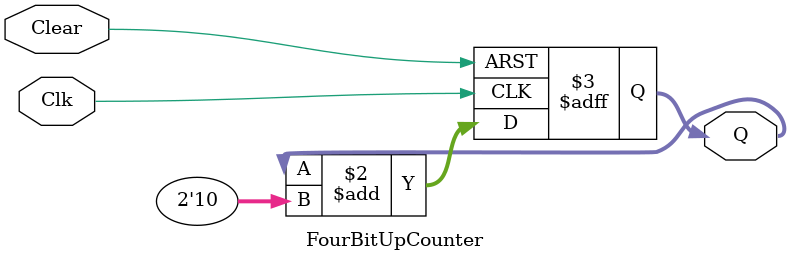
<source format=v>
module FourBitUpCounter(Clk, Clear, Q);
	input Clk, Clear;
	output reg [2:0] Q;
	
	always @ (posedge Clk or posedge Clear) begin
		if (Clear)
			Q = 3'b000;
		else
			Q = Q + 2'b10;
	end
endmodule
</source>
